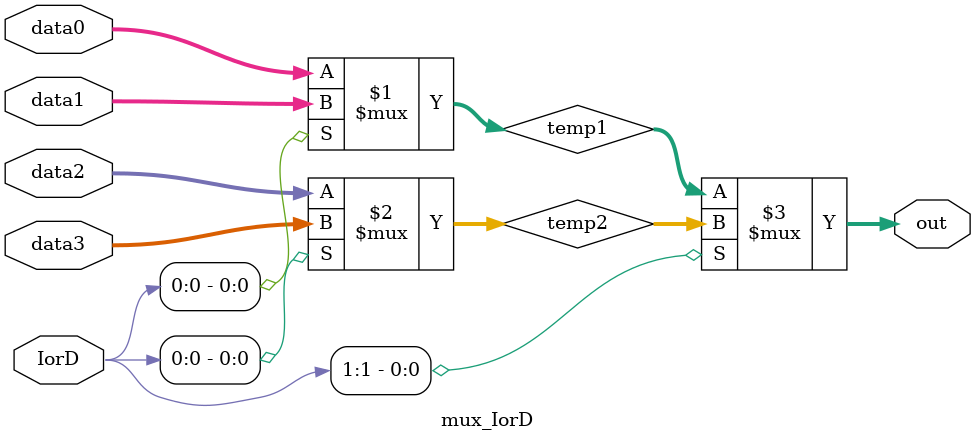
<source format=v>
module mux_IorD (
    input wire [31:0] data0, data1, data2, data3, 
    input wire [1:0] IorD, 
    output wire [31:0] out);

    wire [31:0] temp1;
    wire [31:0] temp2;

    //00 = data0
    //01 = data1
    //10 = data2 
    //11 = data3
    
    assign temp1 = (IorD[0]) ? data1:data0;
    assign temp2 = (IorD[0]) ? data3:data2;
    assign out = (IorD[1]) ? temp2:temp1;

endmodule
</source>
